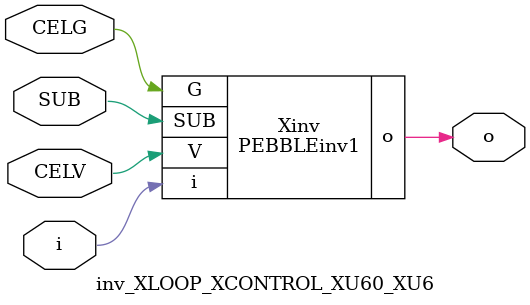
<source format=v>



module PEBBLEinv1 ( o, G, SUB, V, i );

  input V;
  input i;
  input G;
  output o;
  input SUB;
endmodule

//Celera Confidential Do Not Copy inv_XLOOP_XCONTROL_XU60_XU6
//Celera Confidential Symbol Generator
//5V Inverter
module inv_XLOOP_XCONTROL_XU60_XU6 (CELV,CELG,i,o,SUB);
input CELV;
input CELG;
input i;
input SUB;
output o;

//Celera Confidential Do Not Copy inv
PEBBLEinv1 Xinv(
.V (CELV),
.i (i),
.o (o),
.SUB (SUB),
.G (CELG)
);
//,diesize,PEBBLEinv1

//Celera Confidential Do Not Copy Module End
//Celera Schematic Generator
endmodule

</source>
